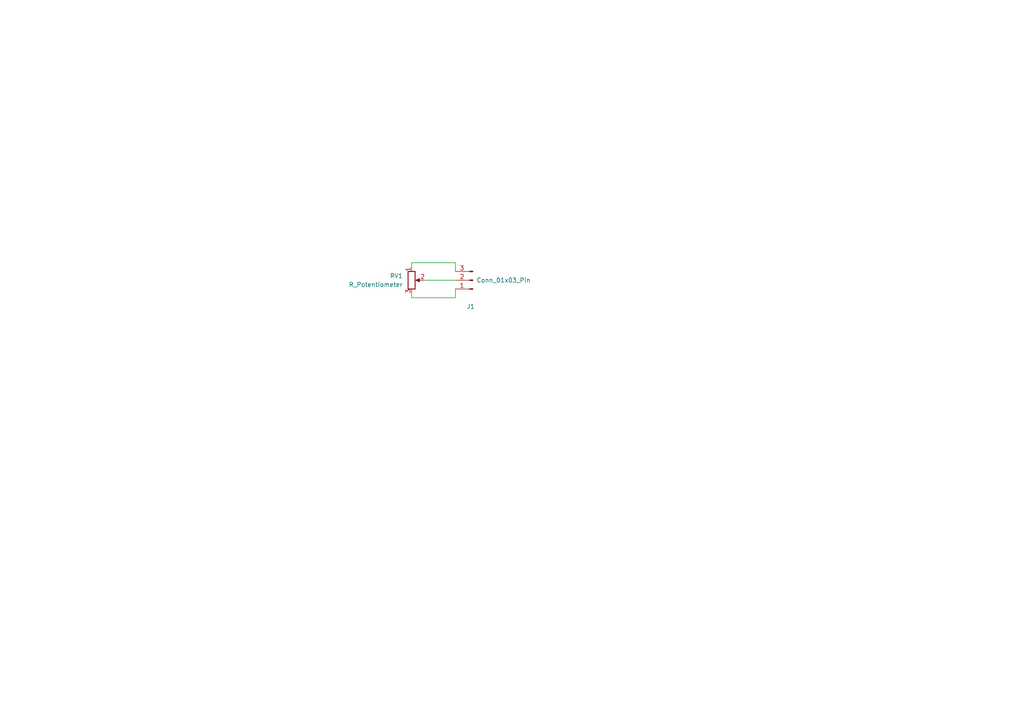
<source format=kicad_sch>
(kicad_sch (version 20230121) (generator eeschema)
  (paper "A4")
  (lib_symbols
    (symbol "Connector:Conn_01x03_Pin" (pin_names (offset 1.016) hide)
      (property "Reference" "J" (at 0 5.08 0))
      (property "Value" "Conn_01x03_Pin" (at 0 -5.08 0))
      (symbol "Conn_01x03_Pin_1_1"
        (polyline (pts (xy 1.27 -2.54) (xy 0.8636 -2.54)) (stroke (width 0.1524)))
        (polyline (pts (xy 1.27 0) (xy 0.8636 0)) (stroke (width 0.1524)))
        (polyline (pts (xy 1.27 2.54) (xy 0.8636 2.54)) (stroke (width 0.1524)))
        (rectangle (start 0.8636 -2.413) (end 0 -2.667) (stroke (width 0.1524)) (fill (type outline)))
        (rectangle (start 0.8636 0.127) (end 0 -0.127) (stroke (width 0.1524)) (fill (type outline)))
        (rectangle (start 0.8636 2.667) (end 0 2.413) (stroke (width 0.1524)) (fill (type outline)))
        (pin passive line (at 5.08 2.54 180) (length 3.81) (name "Pin_1") (number "1"))
        (pin passive line (at 5.08 0 180) (length 3.81) (name "Pin_2") (number "2"))
        (pin passive line (at 5.08 -2.54 180) (length 3.81) (name "Pin_3") (number "3"))
      )
    )
    (symbol "Device:R_Potentiometer" (pin_names (offset 1.016) hide)
      (property "Reference" "RV" (at -4.445 0 90))
      (property "Value" "R_Potentiometer" (at -2.54 0 90))
      (symbol "R_Potentiometer_0_1"
        (polyline (pts (xy 2.54 0) (xy 1.524 0)))
        (polyline (pts (xy 1.143 0) (xy 2.286 0.508) (xy 2.286 -0.508) (xy 1.143 0)) (fill (type outline)))
        (rectangle (start 1.016 2.54) (end -1.016 -2.54) (stroke (width 0.254)))
      )
      (symbol "R_Potentiometer_1_1"
        (pin passive line (at 0 3.81 270) (length 1.27) (name "1") (number "1"))
        (pin passive line (at 3.81 0 180) (length 1.27) (name "2") (number "2"))
        (pin passive line (at 0 -3.81 90) (length 1.27) (name "3") (number "3"))
      )
    )
  )
  (wire (pts (xy 132.08 83.82) (xy 132.08 86.36)))
  (wire (pts (xy 132.08 76.2) (xy 132.08 78.74)))
  (wire (pts (xy 123.19 81.28) (xy 132.08 81.28)))
  (wire (pts (xy 119.38 85.09) (xy 119.38 86.36)))
  (wire (pts (xy 119.38 86.36) (xy 132.08 86.36)))
  (wire (pts (xy 119.38 77.47) (xy 119.38 76.2)))
  (wire (pts (xy 119.38 76.2) (xy 132.08 76.2)))
  (symbol (lib_id "Connector:Conn_01x03_Pin") (at 137.16 81.28 180) (unit 1)
    (property "Reference" "J1" (at 136.525 88.9 0))
    (property "Value" "Conn_01x03_Pin" (at 146.05 81.28 0))
    (property "Footprint" "Connector_PinHeader_2.54mm:PinHeader_1x03_P2.54mm_Vertical" (effects hide))
  )
  (symbol (lib_id "Device:R_Potentiometer") (at 119.38 81.28 0) (unit 1)
    (property "Reference" "RV1" (at 116.84 80.01 0) (effects (justify right)))
    (property "Value" "R_Potentiometer" (at 116.84 82.55 0) (effects (justify right)))
    (property "Footprint" "Potentiometer_THT:Potentiometer_Alps_RK163_Single_Horizontal" (effects hide))
  )
)
</source>
